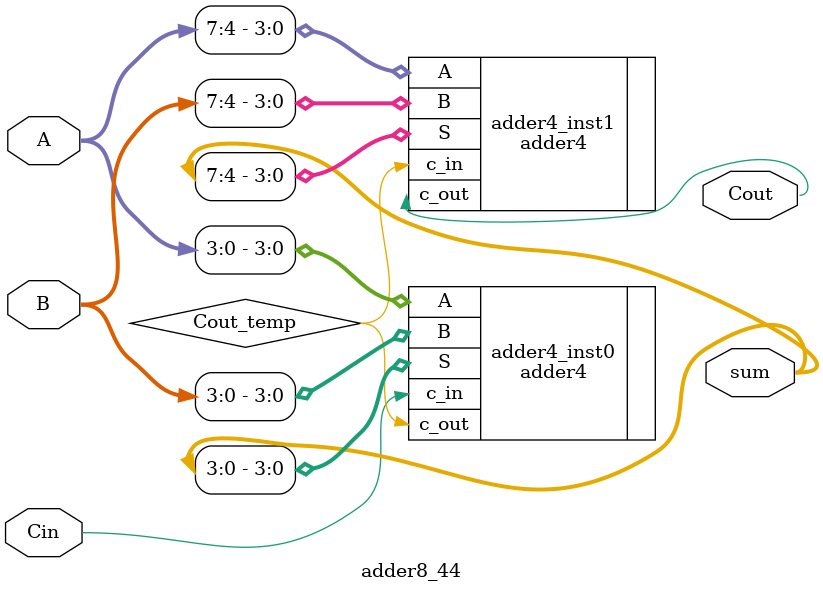
<source format=sv>
`timescale 1ns / 1ps


module adder8_44(
    input logic [7:0] A,
    input logic [7:0] B,
    input logic Cin,
    output logic Cout,
    output logic [7:0] sum
    );
    logic Cout_temp;
    
    adder4 adder4_inst0(.A(A[3:0]), .B(B[3:0]), .S(sum[3:0]), .c_in(Cin), .c_out(Cout_temp));
    adder4 adder4_inst1(.A(A[7:4]), .B(B[7:4]), .S(sum[7:4]), .c_in(Cout_temp), .c_out(Cout));
    
endmodule

</source>
